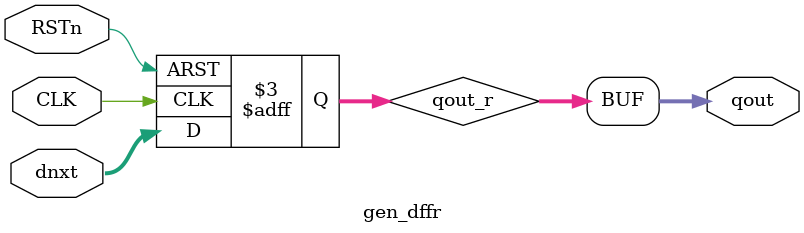
<source format=v>
/*
* @File name: gen_dffr
* @Author: Ruige Lee
* @Email: wut.ruigeli@gmail.com
* @Date:   2020-09-14 10:25:09
* @Last Modified by:   Ruige Lee
* @Last Modified time: 2020-11-02 10:15:07
*/

`timescale 1 ns / 1 ps

module gen_dffr # (
	parameter DW = 32
)
(

	input [DW-1:0] dnxt,
	output [DW-1:0] qout,

	input CLK,
	input RSTn
);

reg [DW-1:0] qout_r;

always @(posedge CLK or negedge RSTn) begin
	if ( !RSTn )
		qout_r <= {DW{1'b0}};
	else                  
		qout_r <= #1 dnxt;
end

assign qout = qout_r;

endmodule













</source>
